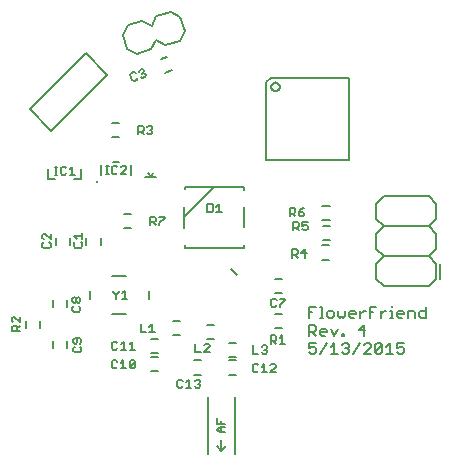
<source format=gto>
G75*
%MOIN*%
%OFA0B0*%
%FSLAX25Y25*%
%IPPOS*%
%LPD*%
%AMOC8*
5,1,8,0,0,1.08239X$1,22.5*
%
%ADD10C,0.00500*%
%ADD11C,0.00600*%
%ADD12C,0.00800*%
%ADD13C,0.01000*%
D10*
X0051015Y0052664D02*
X0050565Y0053115D01*
X0050565Y0054916D01*
X0051015Y0055367D01*
X0051916Y0055367D01*
X0052366Y0054916D01*
X0053511Y0054466D02*
X0054412Y0055367D01*
X0054412Y0052664D01*
X0053511Y0052664D02*
X0055313Y0052664D01*
X0056458Y0053115D02*
X0056458Y0054916D01*
X0056908Y0055367D01*
X0057809Y0055367D01*
X0058259Y0054916D01*
X0056458Y0053115D01*
X0056908Y0052664D01*
X0057809Y0052664D01*
X0058259Y0053115D01*
X0058259Y0054916D01*
X0058349Y0058857D02*
X0056547Y0058857D01*
X0057448Y0058857D02*
X0057448Y0061559D01*
X0056547Y0060658D01*
X0055402Y0058857D02*
X0053601Y0058857D01*
X0054501Y0058857D02*
X0054501Y0061559D01*
X0053601Y0060658D01*
X0052456Y0061109D02*
X0052005Y0061559D01*
X0051104Y0061559D01*
X0050654Y0061109D01*
X0050654Y0059307D01*
X0051104Y0058857D01*
X0052005Y0058857D01*
X0052456Y0059307D01*
X0052366Y0053115D02*
X0051916Y0052664D01*
X0051015Y0052664D01*
X0040422Y0058382D02*
X0040422Y0059283D01*
X0039972Y0059733D01*
X0039972Y0060878D02*
X0040422Y0061328D01*
X0040422Y0062229D01*
X0039972Y0062680D01*
X0038170Y0062680D01*
X0037720Y0062229D01*
X0037720Y0061328D01*
X0038170Y0060878D01*
X0038621Y0060878D01*
X0039071Y0061328D01*
X0039071Y0062680D01*
X0038170Y0059733D02*
X0037720Y0059283D01*
X0037720Y0058382D01*
X0038170Y0057932D01*
X0039972Y0057932D01*
X0040422Y0058382D01*
X0039643Y0071567D02*
X0037841Y0071567D01*
X0037391Y0072018D01*
X0037391Y0072918D01*
X0037841Y0073369D01*
X0037841Y0074514D02*
X0038291Y0074514D01*
X0038742Y0074964D01*
X0038742Y0075865D01*
X0039192Y0076315D01*
X0039643Y0076315D01*
X0040093Y0075865D01*
X0040093Y0074964D01*
X0039643Y0074514D01*
X0039192Y0074514D01*
X0038742Y0074964D01*
X0038742Y0075865D02*
X0038291Y0076315D01*
X0037841Y0076315D01*
X0037391Y0075865D01*
X0037391Y0074964D01*
X0037841Y0074514D01*
X0039643Y0073369D02*
X0040093Y0072918D01*
X0040093Y0072018D01*
X0039643Y0071567D01*
X0051917Y0075816D02*
X0051917Y0077168D01*
X0052818Y0078068D01*
X0052818Y0078519D01*
X0053963Y0077618D02*
X0054864Y0078519D01*
X0054864Y0075816D01*
X0053963Y0075816D02*
X0055765Y0075816D01*
X0051917Y0077168D02*
X0051017Y0078068D01*
X0051017Y0078519D01*
X0060137Y0067489D02*
X0060137Y0064786D01*
X0061938Y0064786D01*
X0063083Y0064786D02*
X0064885Y0064786D01*
X0063984Y0064786D02*
X0063984Y0067489D01*
X0063083Y0066588D01*
X0078452Y0060871D02*
X0078452Y0058169D01*
X0080253Y0058169D01*
X0081398Y0058169D02*
X0083200Y0059970D01*
X0083200Y0060421D01*
X0082749Y0060871D01*
X0081848Y0060871D01*
X0081398Y0060421D01*
X0081398Y0058169D02*
X0083200Y0058169D01*
X0079585Y0048878D02*
X0078684Y0048878D01*
X0078234Y0048428D01*
X0079135Y0047527D02*
X0079585Y0047527D01*
X0080035Y0047077D01*
X0080035Y0046626D01*
X0079585Y0046176D01*
X0078684Y0046176D01*
X0078234Y0046626D01*
X0077089Y0046176D02*
X0075287Y0046176D01*
X0076188Y0046176D02*
X0076188Y0048878D01*
X0075287Y0047977D01*
X0074142Y0048428D02*
X0073692Y0048878D01*
X0072791Y0048878D01*
X0072341Y0048428D01*
X0072341Y0046626D01*
X0072791Y0046176D01*
X0073692Y0046176D01*
X0074142Y0046626D01*
X0079585Y0047527D02*
X0080035Y0047977D01*
X0080035Y0048428D01*
X0079585Y0048878D01*
X0085641Y0036018D02*
X0085641Y0034217D01*
X0088344Y0034217D01*
X0088344Y0033072D02*
X0086542Y0033072D01*
X0085641Y0032171D01*
X0086542Y0031270D01*
X0088344Y0031270D01*
X0086992Y0031270D02*
X0086992Y0033072D01*
X0086992Y0034217D02*
X0086992Y0035117D01*
X0097992Y0051458D02*
X0098893Y0051458D01*
X0099343Y0051908D01*
X0100488Y0051458D02*
X0102290Y0051458D01*
X0101389Y0051458D02*
X0101389Y0054160D01*
X0100488Y0053260D01*
X0099343Y0053710D02*
X0098893Y0054160D01*
X0097992Y0054160D01*
X0097542Y0053710D01*
X0097542Y0051908D01*
X0097992Y0051458D01*
X0103435Y0051458D02*
X0105236Y0053260D01*
X0105236Y0053710D01*
X0104786Y0054160D01*
X0103885Y0054160D01*
X0103435Y0053710D01*
X0103435Y0051458D02*
X0105236Y0051458D01*
X0101832Y0057573D02*
X0100932Y0057573D01*
X0100481Y0058023D01*
X0099336Y0057573D02*
X0097535Y0057573D01*
X0097535Y0060275D01*
X0100481Y0059825D02*
X0100932Y0060275D01*
X0101832Y0060275D01*
X0102283Y0059825D01*
X0102283Y0059374D01*
X0101832Y0058924D01*
X0102283Y0058474D01*
X0102283Y0058023D01*
X0101832Y0057573D01*
X0101832Y0058924D02*
X0101382Y0058924D01*
X0103545Y0060898D02*
X0103545Y0063600D01*
X0104896Y0063600D01*
X0105347Y0063150D01*
X0105347Y0062249D01*
X0104896Y0061799D01*
X0103545Y0061799D01*
X0104446Y0061799D02*
X0105347Y0060898D01*
X0106492Y0060898D02*
X0108293Y0060898D01*
X0107392Y0060898D02*
X0107392Y0063600D01*
X0106492Y0062699D01*
X0106602Y0073200D02*
X0106602Y0073651D01*
X0108404Y0075452D01*
X0108404Y0075902D01*
X0106602Y0075902D01*
X0105457Y0075452D02*
X0105007Y0075902D01*
X0104106Y0075902D01*
X0103656Y0075452D01*
X0103656Y0073651D01*
X0104106Y0073200D01*
X0105007Y0073200D01*
X0105457Y0073651D01*
X0110757Y0089582D02*
X0110757Y0092284D01*
X0112108Y0092284D01*
X0112558Y0091833D01*
X0112558Y0090933D01*
X0112108Y0090482D01*
X0110757Y0090482D01*
X0111658Y0090482D02*
X0112558Y0089582D01*
X0113703Y0090933D02*
X0115505Y0090933D01*
X0115054Y0089582D02*
X0115054Y0092284D01*
X0113703Y0090933D01*
X0114483Y0098695D02*
X0114033Y0099145D01*
X0114483Y0098695D02*
X0115384Y0098695D01*
X0115834Y0099145D01*
X0115834Y0100046D01*
X0115384Y0100497D01*
X0114933Y0100497D01*
X0114033Y0100046D01*
X0114033Y0101397D01*
X0115834Y0101397D01*
X0114203Y0103361D02*
X0114653Y0103812D01*
X0114653Y0104262D01*
X0114203Y0104712D01*
X0112852Y0104712D01*
X0112852Y0103812D01*
X0113302Y0103361D01*
X0114203Y0103361D01*
X0112852Y0104712D02*
X0113752Y0105613D01*
X0114653Y0106064D01*
X0111707Y0105613D02*
X0111707Y0104712D01*
X0111256Y0104262D01*
X0109905Y0104262D01*
X0109905Y0103361D02*
X0109905Y0106064D01*
X0111256Y0106064D01*
X0111707Y0105613D01*
X0110806Y0104262D02*
X0111707Y0103361D01*
X0111086Y0101397D02*
X0112437Y0101397D01*
X0112888Y0100947D01*
X0112888Y0100046D01*
X0112437Y0099596D01*
X0111086Y0099596D01*
X0111987Y0099596D02*
X0112888Y0098695D01*
X0111086Y0098695D02*
X0111086Y0101397D01*
X0087202Y0104716D02*
X0085400Y0104716D01*
X0086301Y0104716D02*
X0086301Y0107419D01*
X0085400Y0106518D01*
X0084255Y0106968D02*
X0084255Y0105167D01*
X0083805Y0104716D01*
X0082454Y0104716D01*
X0082454Y0107419D01*
X0083805Y0107419D01*
X0084255Y0106968D01*
X0068144Y0103205D02*
X0068144Y0102755D01*
X0066343Y0100953D01*
X0066343Y0100503D01*
X0065198Y0100503D02*
X0064297Y0101404D01*
X0064747Y0101404D02*
X0063396Y0101404D01*
X0063396Y0100503D02*
X0063396Y0103205D01*
X0064747Y0103205D01*
X0065198Y0102755D01*
X0065198Y0101854D01*
X0064747Y0101404D01*
X0066343Y0103205D02*
X0068144Y0103205D01*
X0055343Y0117367D02*
X0053541Y0117367D01*
X0055343Y0119169D01*
X0055343Y0119619D01*
X0054893Y0120070D01*
X0053992Y0120070D01*
X0053541Y0119619D01*
X0052396Y0119619D02*
X0051946Y0120070D01*
X0051045Y0120070D01*
X0050595Y0119619D01*
X0050595Y0117818D01*
X0051045Y0117367D01*
X0051946Y0117367D01*
X0052396Y0117818D01*
X0049531Y0117367D02*
X0048631Y0117367D01*
X0049081Y0117367D02*
X0049081Y0120070D01*
X0048631Y0120070D02*
X0049531Y0120070D01*
X0059353Y0130694D02*
X0059353Y0133397D01*
X0060704Y0133397D01*
X0061155Y0132946D01*
X0061155Y0132045D01*
X0060704Y0131595D01*
X0059353Y0131595D01*
X0060254Y0131595D02*
X0061155Y0130694D01*
X0062300Y0131145D02*
X0062750Y0130694D01*
X0063651Y0130694D01*
X0064101Y0131145D01*
X0064101Y0131595D01*
X0063651Y0132045D01*
X0063200Y0132045D01*
X0063651Y0132045D02*
X0064101Y0132496D01*
X0064101Y0132946D01*
X0063651Y0133397D01*
X0062750Y0133397D01*
X0062300Y0132946D01*
X0057962Y0148471D02*
X0057384Y0148740D01*
X0056768Y0150433D01*
X0057037Y0151010D01*
X0057884Y0151318D01*
X0058461Y0151049D01*
X0059537Y0151441D02*
X0059806Y0152018D01*
X0060653Y0152326D01*
X0061230Y0152057D01*
X0061384Y0151634D01*
X0061115Y0151056D01*
X0061692Y0150787D01*
X0061846Y0150364D01*
X0061577Y0149787D01*
X0060730Y0149479D01*
X0060153Y0149748D01*
X0059077Y0149356D02*
X0058808Y0148779D01*
X0057962Y0148471D01*
X0060692Y0150902D02*
X0061115Y0151056D01*
X0049061Y0150469D02*
X0030409Y0131817D01*
X0023171Y0139055D01*
X0041823Y0157707D01*
X0049061Y0150469D01*
X0037367Y0119858D02*
X0036466Y0118957D01*
X0035321Y0119408D02*
X0034871Y0119858D01*
X0033970Y0119858D01*
X0033520Y0119408D01*
X0033520Y0117606D01*
X0033970Y0117156D01*
X0034871Y0117156D01*
X0035321Y0117606D01*
X0036466Y0117156D02*
X0038268Y0117156D01*
X0037367Y0117156D02*
X0037367Y0119858D01*
X0032456Y0119858D02*
X0031556Y0119858D01*
X0032006Y0119858D02*
X0032006Y0117156D01*
X0031556Y0117156D02*
X0032456Y0117156D01*
X0030158Y0097555D02*
X0030158Y0095754D01*
X0028357Y0097555D01*
X0027906Y0097555D01*
X0027456Y0097105D01*
X0027456Y0096204D01*
X0027906Y0095754D01*
X0027906Y0094609D02*
X0027456Y0094158D01*
X0027456Y0093258D01*
X0027906Y0092807D01*
X0029708Y0092807D01*
X0030158Y0093258D01*
X0030158Y0094158D01*
X0029708Y0094609D01*
X0037907Y0094274D02*
X0037907Y0093374D01*
X0038358Y0092923D01*
X0040159Y0092923D01*
X0040610Y0093374D01*
X0040610Y0094274D01*
X0040159Y0094725D01*
X0040610Y0095870D02*
X0040610Y0097671D01*
X0040610Y0096770D02*
X0037907Y0096770D01*
X0038808Y0095870D01*
X0038358Y0094725D02*
X0037907Y0094274D01*
X0019834Y0069799D02*
X0019834Y0067998D01*
X0018032Y0069799D01*
X0017582Y0069799D01*
X0017131Y0069349D01*
X0017131Y0068448D01*
X0017582Y0067998D01*
X0017582Y0066853D02*
X0018482Y0066853D01*
X0018933Y0066403D01*
X0018933Y0065051D01*
X0019834Y0065051D02*
X0017131Y0065051D01*
X0017131Y0066403D01*
X0017582Y0066853D01*
X0018933Y0065952D02*
X0019834Y0066853D01*
D11*
X0021913Y0066163D02*
X0021913Y0068526D01*
X0026637Y0068526D02*
X0026637Y0066163D01*
X0030934Y0061664D02*
X0030934Y0059302D01*
X0035658Y0059302D02*
X0035658Y0061664D01*
X0035658Y0073081D02*
X0035658Y0075444D01*
X0030934Y0075444D02*
X0030934Y0073081D01*
X0031852Y0093818D02*
X0031852Y0096180D01*
X0036577Y0096180D02*
X0036577Y0093818D01*
X0042107Y0093827D02*
X0042107Y0096190D01*
X0046831Y0096190D02*
X0046831Y0093827D01*
X0054556Y0099491D02*
X0056918Y0099491D01*
X0056918Y0104216D02*
X0054556Y0104216D01*
X0053054Y0129826D02*
X0050691Y0129826D01*
X0050691Y0134550D02*
X0053054Y0134550D01*
X0068427Y0151242D02*
X0070647Y0152050D01*
X0069031Y0156489D02*
X0066811Y0155681D01*
X0102105Y0148138D02*
X0102105Y0121937D01*
X0129704Y0121937D01*
X0129704Y0149535D01*
X0103503Y0149535D01*
X0102105Y0148138D01*
X0103691Y0146536D02*
X0103693Y0146611D01*
X0103699Y0146685D01*
X0103709Y0146759D01*
X0103722Y0146832D01*
X0103740Y0146905D01*
X0103761Y0146976D01*
X0103786Y0147047D01*
X0103815Y0147116D01*
X0103848Y0147183D01*
X0103884Y0147248D01*
X0103923Y0147312D01*
X0103965Y0147373D01*
X0104011Y0147432D01*
X0104060Y0147489D01*
X0104112Y0147542D01*
X0104166Y0147593D01*
X0104223Y0147642D01*
X0104283Y0147686D01*
X0104345Y0147728D01*
X0104409Y0147767D01*
X0104475Y0147802D01*
X0104542Y0147833D01*
X0104612Y0147861D01*
X0104682Y0147885D01*
X0104754Y0147906D01*
X0104827Y0147922D01*
X0104900Y0147935D01*
X0104975Y0147944D01*
X0105049Y0147949D01*
X0105124Y0147950D01*
X0105198Y0147947D01*
X0105273Y0147940D01*
X0105346Y0147929D01*
X0105420Y0147915D01*
X0105492Y0147896D01*
X0105563Y0147874D01*
X0105633Y0147848D01*
X0105702Y0147818D01*
X0105768Y0147785D01*
X0105833Y0147748D01*
X0105896Y0147708D01*
X0105957Y0147664D01*
X0106015Y0147618D01*
X0106071Y0147568D01*
X0106124Y0147516D01*
X0106175Y0147461D01*
X0106222Y0147403D01*
X0106266Y0147343D01*
X0106307Y0147280D01*
X0106345Y0147216D01*
X0106379Y0147150D01*
X0106410Y0147081D01*
X0106437Y0147012D01*
X0106460Y0146941D01*
X0106479Y0146869D01*
X0106495Y0146796D01*
X0106507Y0146722D01*
X0106515Y0146648D01*
X0106519Y0146573D01*
X0106519Y0146499D01*
X0106515Y0146424D01*
X0106507Y0146350D01*
X0106495Y0146276D01*
X0106479Y0146203D01*
X0106460Y0146131D01*
X0106437Y0146060D01*
X0106410Y0145991D01*
X0106379Y0145922D01*
X0106345Y0145856D01*
X0106307Y0145792D01*
X0106266Y0145729D01*
X0106222Y0145669D01*
X0106175Y0145611D01*
X0106124Y0145556D01*
X0106071Y0145504D01*
X0106015Y0145454D01*
X0105957Y0145408D01*
X0105896Y0145364D01*
X0105833Y0145324D01*
X0105768Y0145287D01*
X0105702Y0145254D01*
X0105633Y0145224D01*
X0105563Y0145198D01*
X0105492Y0145176D01*
X0105420Y0145157D01*
X0105346Y0145143D01*
X0105273Y0145132D01*
X0105198Y0145125D01*
X0105124Y0145122D01*
X0105049Y0145123D01*
X0104975Y0145128D01*
X0104900Y0145137D01*
X0104827Y0145150D01*
X0104754Y0145166D01*
X0104682Y0145187D01*
X0104612Y0145211D01*
X0104542Y0145239D01*
X0104475Y0145270D01*
X0104409Y0145305D01*
X0104345Y0145344D01*
X0104283Y0145386D01*
X0104223Y0145430D01*
X0104166Y0145479D01*
X0104112Y0145530D01*
X0104060Y0145583D01*
X0104011Y0145640D01*
X0103965Y0145699D01*
X0103923Y0145760D01*
X0103884Y0145824D01*
X0103848Y0145889D01*
X0103815Y0145956D01*
X0103786Y0146025D01*
X0103761Y0146096D01*
X0103740Y0146167D01*
X0103722Y0146240D01*
X0103709Y0146313D01*
X0103699Y0146387D01*
X0103693Y0146461D01*
X0103691Y0146536D01*
X0120770Y0106835D02*
X0123132Y0106835D01*
X0123132Y0102110D02*
X0120770Y0102110D01*
X0120801Y0100229D02*
X0123163Y0100229D01*
X0123163Y0095505D02*
X0120801Y0095505D01*
X0120685Y0093630D02*
X0123048Y0093630D01*
X0123048Y0088906D02*
X0120685Y0088906D01*
X0107312Y0082530D02*
X0104950Y0082530D01*
X0104950Y0077806D02*
X0107312Y0077806D01*
X0107312Y0070719D02*
X0104950Y0070719D01*
X0104950Y0065995D02*
X0107312Y0065995D01*
X0116233Y0066994D02*
X0116233Y0063591D01*
X0116233Y0064725D02*
X0117935Y0064725D01*
X0118502Y0065292D01*
X0118502Y0066427D01*
X0117935Y0066994D01*
X0116233Y0066994D01*
X0117367Y0064725D02*
X0118502Y0063591D01*
X0119916Y0064158D02*
X0119916Y0065292D01*
X0120483Y0065860D01*
X0121618Y0065860D01*
X0122185Y0065292D01*
X0122185Y0064725D01*
X0119916Y0064725D01*
X0119916Y0064158D02*
X0120483Y0063591D01*
X0121618Y0063591D01*
X0122185Y0060994D02*
X0119916Y0057591D01*
X0118502Y0058158D02*
X0117935Y0057591D01*
X0116800Y0057591D01*
X0116233Y0058158D01*
X0116233Y0059292D02*
X0117367Y0059860D01*
X0117935Y0059860D01*
X0118502Y0059292D01*
X0118502Y0058158D01*
X0118502Y0060994D02*
X0116233Y0060994D01*
X0116233Y0059292D01*
X0123599Y0059860D02*
X0124734Y0060994D01*
X0124734Y0057591D01*
X0125868Y0057591D02*
X0123599Y0057591D01*
X0127283Y0058158D02*
X0127850Y0057591D01*
X0128984Y0057591D01*
X0129551Y0058158D01*
X0129551Y0058725D01*
X0128984Y0059292D01*
X0128417Y0059292D01*
X0128984Y0059292D02*
X0129551Y0059860D01*
X0129551Y0060427D01*
X0128984Y0060994D01*
X0127850Y0060994D01*
X0127283Y0060427D01*
X0127283Y0063591D02*
X0127850Y0063591D01*
X0127850Y0064158D01*
X0127283Y0064158D01*
X0127283Y0063591D01*
X0124734Y0063591D02*
X0125868Y0065860D01*
X0123599Y0065860D02*
X0124734Y0063591D01*
X0124073Y0069591D02*
X0122939Y0069591D01*
X0122372Y0070158D01*
X0122372Y0071292D01*
X0122939Y0071860D01*
X0124073Y0071860D01*
X0124640Y0071292D01*
X0124640Y0070158D01*
X0124073Y0069591D01*
X0126055Y0070158D02*
X0126622Y0069591D01*
X0127189Y0070158D01*
X0127756Y0069591D01*
X0128323Y0070158D01*
X0128323Y0071860D01*
X0129738Y0071292D02*
X0130305Y0071860D01*
X0131439Y0071860D01*
X0132007Y0071292D01*
X0132007Y0070725D01*
X0129738Y0070725D01*
X0129738Y0070158D02*
X0129738Y0071292D01*
X0129738Y0070158D02*
X0130305Y0069591D01*
X0131439Y0069591D01*
X0133421Y0069591D02*
X0133421Y0071860D01*
X0134555Y0071860D02*
X0133421Y0070725D01*
X0134555Y0071860D02*
X0135123Y0071860D01*
X0136490Y0071292D02*
X0137625Y0071292D01*
X0136490Y0069591D02*
X0136490Y0072994D01*
X0138759Y0072994D01*
X0140174Y0071860D02*
X0140174Y0069591D01*
X0140174Y0070725D02*
X0141308Y0071860D01*
X0141875Y0071860D01*
X0143243Y0071860D02*
X0143810Y0071860D01*
X0143810Y0069591D01*
X0143243Y0069591D02*
X0144377Y0069591D01*
X0145698Y0070158D02*
X0145698Y0071292D01*
X0146265Y0071860D01*
X0147400Y0071860D01*
X0147967Y0071292D01*
X0147967Y0070725D01*
X0145698Y0070725D01*
X0145698Y0070158D02*
X0146265Y0069591D01*
X0147400Y0069591D01*
X0149381Y0069591D02*
X0149381Y0071860D01*
X0151083Y0071860D01*
X0151650Y0071292D01*
X0151650Y0069591D01*
X0153065Y0070158D02*
X0153065Y0071292D01*
X0153632Y0071860D01*
X0155333Y0071860D01*
X0155333Y0072994D02*
X0155333Y0069591D01*
X0153632Y0069591D01*
X0153065Y0070158D01*
X0143810Y0072994D02*
X0143810Y0073561D01*
X0134509Y0066994D02*
X0134509Y0063591D01*
X0135076Y0065292D02*
X0132807Y0065292D01*
X0134509Y0066994D01*
X0135216Y0060994D02*
X0134649Y0060427D01*
X0135216Y0060994D02*
X0136350Y0060994D01*
X0136917Y0060427D01*
X0136917Y0059860D01*
X0134649Y0057591D01*
X0136917Y0057591D01*
X0138332Y0058158D02*
X0140601Y0060427D01*
X0140601Y0058158D01*
X0140033Y0057591D01*
X0138899Y0057591D01*
X0138332Y0058158D01*
X0138332Y0060427D01*
X0138899Y0060994D01*
X0140033Y0060994D01*
X0140601Y0060427D01*
X0142015Y0059860D02*
X0143149Y0060994D01*
X0143149Y0057591D01*
X0142015Y0057591D02*
X0144284Y0057591D01*
X0145698Y0058158D02*
X0146265Y0057591D01*
X0147400Y0057591D01*
X0147967Y0058158D01*
X0147967Y0059292D01*
X0147400Y0059860D01*
X0146833Y0059860D01*
X0145698Y0059292D01*
X0145698Y0060994D01*
X0147967Y0060994D01*
X0133234Y0060994D02*
X0130966Y0057591D01*
X0121051Y0069591D02*
X0119916Y0069591D01*
X0120483Y0069591D02*
X0120483Y0072994D01*
X0119916Y0072994D01*
X0118502Y0072994D02*
X0116233Y0072994D01*
X0116233Y0069591D01*
X0116233Y0071292D02*
X0117367Y0071292D01*
X0126055Y0071860D02*
X0126055Y0070158D01*
X0091823Y0061243D02*
X0089461Y0061243D01*
X0084704Y0062380D02*
X0082342Y0062380D01*
X0082342Y0067104D02*
X0084704Y0067104D01*
X0089461Y0056519D02*
X0091823Y0056519D01*
X0091831Y0055301D02*
X0089469Y0055301D01*
X0089469Y0050577D02*
X0091831Y0050577D01*
X0080214Y0050552D02*
X0077852Y0050552D01*
X0077852Y0055276D02*
X0080214Y0055276D01*
X0073153Y0063832D02*
X0070791Y0063832D01*
X0066081Y0062537D02*
X0063719Y0062537D01*
X0063719Y0057812D02*
X0066081Y0057812D01*
X0066081Y0056495D02*
X0063719Y0056495D01*
X0063719Y0051771D02*
X0066081Y0051771D01*
X0070791Y0068556D02*
X0073153Y0068556D01*
D12*
X0062839Y0075916D02*
X0062839Y0078278D01*
X0055358Y0083396D02*
X0050634Y0083396D01*
X0043153Y0078278D02*
X0043153Y0075916D01*
X0050634Y0070798D02*
X0055358Y0070798D01*
X0074834Y0092692D02*
X0074834Y0093602D01*
X0074834Y0092692D02*
X0094324Y0092692D01*
X0094324Y0092672D01*
X0094524Y0092672D01*
X0094524Y0093672D01*
X0094724Y0099772D02*
X0094724Y0106472D01*
X0094604Y0112102D02*
X0094604Y0113172D01*
X0094404Y0113172D01*
X0094404Y0113182D01*
X0074844Y0113182D01*
X0074844Y0112292D01*
X0074724Y0106372D02*
X0074724Y0102972D01*
X0084724Y0112972D01*
X0074724Y0102972D02*
X0074724Y0099572D01*
X0065288Y0116428D02*
X0063477Y0116428D01*
X0062557Y0117649D01*
X0061666Y0116428D02*
X0063477Y0116428D01*
X0063577Y0116489D02*
X0064337Y0117649D01*
X0056876Y0117058D02*
X0056876Y0120439D01*
X0052933Y0121539D02*
X0050819Y0121539D01*
X0046876Y0120439D02*
X0046876Y0117058D01*
X0040423Y0115892D02*
X0040423Y0119042D01*
X0040423Y0115892D02*
X0038061Y0115892D01*
X0031762Y0115892D02*
X0029400Y0115892D01*
X0029400Y0119042D01*
X0055710Y0159123D02*
X0058835Y0157469D01*
X0063614Y0158939D01*
X0065268Y0162064D01*
X0068393Y0160409D01*
X0073172Y0161880D01*
X0074826Y0165004D01*
X0073356Y0169783D01*
X0070231Y0171437D01*
X0065452Y0169967D01*
X0063798Y0166843D01*
X0060673Y0168497D01*
X0055894Y0167027D01*
X0054240Y0163902D01*
X0055710Y0159123D01*
X0090387Y0085799D02*
X0092356Y0083830D01*
X0091562Y0043201D02*
X0091562Y0024201D01*
X0088562Y0026701D02*
X0087062Y0025201D01*
X0085562Y0026701D01*
X0087062Y0025201D02*
X0087062Y0028701D01*
X0082562Y0024201D02*
X0082562Y0043201D01*
X0138725Y0082476D02*
X0138725Y0087476D01*
X0141225Y0089976D01*
X0156225Y0089976D01*
X0158725Y0092476D01*
X0158725Y0097476D01*
X0156225Y0099976D01*
X0141225Y0099976D01*
X0138725Y0102476D01*
X0138725Y0107476D01*
X0141225Y0109976D01*
X0156225Y0109976D01*
X0158725Y0107476D01*
X0158725Y0102476D01*
X0156225Y0099976D01*
X0156225Y0089976D02*
X0158725Y0087476D01*
X0158725Y0082476D01*
X0156225Y0079976D01*
X0141225Y0079976D01*
X0138725Y0082476D01*
X0141225Y0089976D02*
X0138725Y0092476D01*
X0138725Y0097476D01*
X0141225Y0099976D01*
X0160044Y0087476D02*
X0160044Y0082476D01*
D13*
X0045576Y0114749D03*
M02*

</source>
